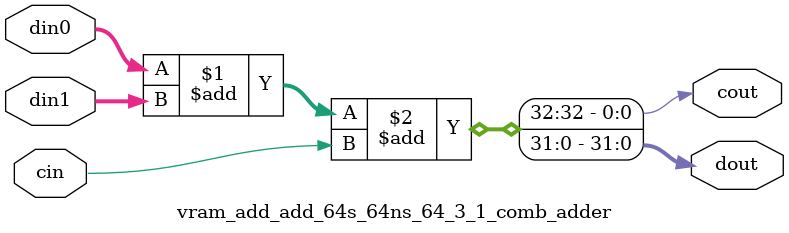
<source format=v>
`timescale 1 ns / 1 ps

module vram_add_add_64s_64ns_64_3_1(clk, reset, ce, din0, din1, dout);
parameter ID         = 1;              // core ID, unused in RTL
parameter NUM_STAGE  = 3;
parameter din0_WIDTH = 64;   // data bitwidth
parameter din1_WIDTH = 64;   // 
parameter dout_WIDTH = 64;   // output bitwidth

// ---- input/output ports list here ----
input   clk;
input   reset;
input   ce;
input  [din0_WIDTH - 1 : 0] din0;
input  [din1_WIDTH - 1 : 0] din1;

output [dout_WIDTH - 1 : 0] dout;
//   

// wire for the primary inputs
wire [64 - 1 : 0] ain_s0 = din0;
wire [64 - 1 : 0] bin_s0 = din1;

// This AddSub module have totally 3 stages. For each stage the adder's width are:
// [21,22,21]
//  
//   

// Stage 1 logic
wire [21 - 1 : 0]    fas_s1;
wire                 facout_s1;
// 
reg  [43 - 1 : 0]    ain_s1;
reg  [43 - 1 : 0]    bin_s1;
reg  [21 - 1 : 0]    sum_s1;
reg                  carry_s1;
// 
//  
//  
// 
vram_add_add_64s_64ns_64_3_1_comb_adder #(
    .N    ( 21 )
) u1 (
    .din0    ( ain_s0[21 - 1 : 0] ),
    .din1    ( bin_s0[21 - 1 : 0] ),
    .cin  ( 1'b0 ),
    .dout    ( fas_s1 ),
    .cout ( facout_s1 )
);

// 
always @ (posedge clk) begin
    if (ce) begin
        sum_s1   <= fas_s1;
        carry_s1 <= facout_s1;
    end
end

always @ (posedge clk) begin
    if (ce) begin
        ain_s1 <= ain_s0[64 - 1 : 21];
    end
end

always @ (posedge clk) begin
    if (ce) begin
        bin_s1 <= bin_s0[64 - 1 : 21];
    end
end
//  
//   

// Stage 2 logic
wire [22 - 1 : 0]    fas_s2;
wire                 facout_s2;
// 
reg  [21 - 1 : 0]    ain_s2;
reg  [21 - 1 : 0]    bin_s2;
reg  [43 - 1 : 0]    sum_s2;
reg                  carry_s2;
// 
// 
vram_add_add_64s_64ns_64_3_1_comb_adder #(
    .N    ( 22 )
) u2 (
    .din0    ( ain_s1[22 - 1 : 0] ),
    .din1    ( bin_s1[22 - 1 : 0] ),
    .cin  ( carry_s1 ),
    .dout    ( fas_s2 ),
    .cout ( facout_s2 )
);

// 
always @ (posedge clk) begin
    if (ce) begin
        sum_s2   <= {fas_s2, sum_s1 };
        carry_s2 <= facout_s2;
    end
end

always @ (posedge clk) begin
    if (ce) begin
        ain_s2 <= ain_s1[43 - 1 : 22];
    end
end

always @ (posedge clk) begin
    if (ce) begin
        bin_s2 <= bin_s1[43 - 1 : 22];
    end
end
//  
//   

// Stage 3 logic
wire [21 - 1 : 0]    fas_s3;
wire                 facout_s3;
// 
// 
vram_add_add_64s_64ns_64_3_1_comb_adder #(
    .N    ( 21 )
) u3 (
    .din0    ( ain_s2[21 - 1 : 0] ),
    .din1    ( bin_s2[21 - 1 : 0] ),
    .cin  ( carry_s2 ),
    .dout    ( fas_s3 ),
    .cout ( facout_s3 )
);

// 
assign dout = {fas_s3, sum_s2 };
//  
// 
endmodule

// small adder
module vram_add_add_64s_64ns_64_3_1_comb_adder 
#(parameter
    N = 32
)(
    input  [N-1 : 0]    din0,
    input  [N-1 : 0]    din1,
    input  wire         cin,
    output [N-1 : 0]    dout,
    output wire         cout
);
assign {cout, dout} = din0 + din1 + cin;
endmodule
// 

</source>
